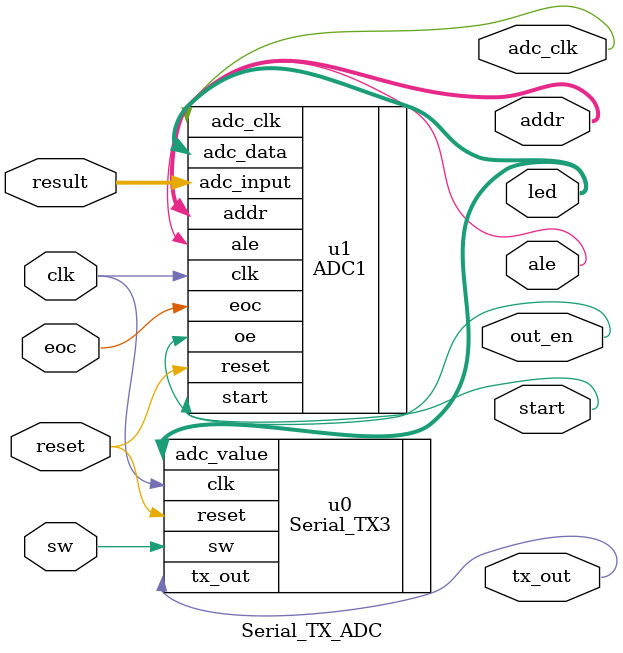
<source format=v>
/*
module Serial_TX_ADC(clk,reset,tx_out,eoc,start,ale,out_en,adc_clk,addr,result,led);  //ÃÖ»óÀ§ ¸ðµâ

 input clk,reset;  //ÀÔÃâ·Â ¼±¾ðºÎ
 input eoc;
 input [7:0]result;
 
 output tx_out;
 output start,ale,out_en,adc_clk;
 output [2:0]addr;
 output [7:0]led;

 Serial_TX3 u0(.clk(clk),.reset(reset),.adc_value(led),.tx_out(tx_out));  //Åë½Å ¸ðµâ
 //ADC º¯È¯ ¸ðµâ
 ADC1 u1(.clk(clk),.reset(reset),.adc_clk(adc_clk),.ale(ale),.start(start),.oe(out_en),.eoc(eoc),.adc_input(result),.addr(addr),.adc_data(led));
 
endmodule
*/

module Serial_TX_ADC(clk,reset,sw,tx_out,eoc,start,ale,out_en,adc_clk,addr,result,led);  //ÃÖ»óÀ§ ¸ðµâ

 input clk,reset,sw;  //ÀÔÃâ·Â ¼±¾ðºÎ
 input eoc;
 input [7:0]result;
 
 output tx_out;
 output start,ale,out_en,adc_clk;
 output [2:0]addr;
 output [7:0]led;

 Serial_TX3 u0(.clk(clk),.reset(reset),.sw(sw),.adc_value(led),.tx_out(tx_out));  //Åë½Å ¸ðµâ
 //ADC º¯È¯ ¸ðµâ
 ADC1 u1(.clk(clk),.reset(reset),.adc_clk(adc_clk),.ale(ale),.start(start),.oe(out_en),.eoc(eoc),.adc_input(result),.addr(addr),.adc_data(led));
 
endmodule

</source>
